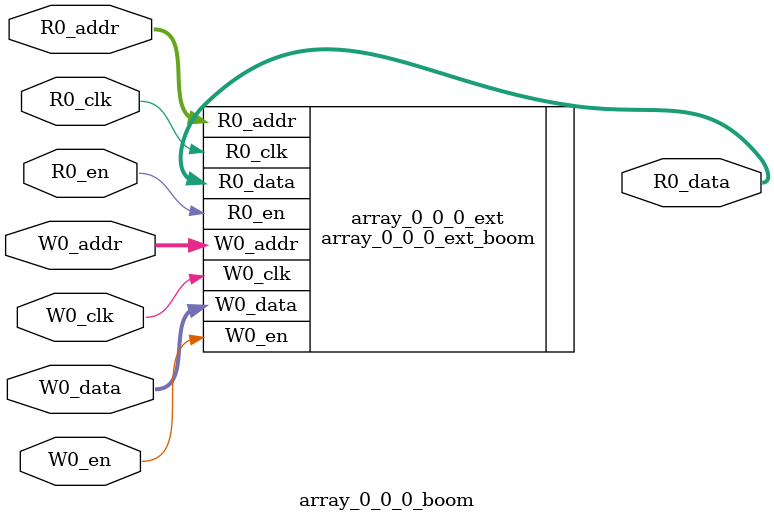
<source format=sv>
`ifndef RANDOMIZE
  `ifdef RANDOMIZE_REG_INIT
    `define RANDOMIZE
  `endif // RANDOMIZE_REG_INIT
`endif // not def RANDOMIZE
`ifndef RANDOMIZE
  `ifdef RANDOMIZE_MEM_INIT
    `define RANDOMIZE
  `endif // RANDOMIZE_MEM_INIT
`endif // not def RANDOMIZE

`ifndef RANDOM
  `define RANDOM $random
`endif // not def RANDOM

// Users can define 'PRINTF_COND' to add an extra gate to prints.
`ifndef PRINTF_COND_
  `ifdef PRINTF_COND
    `define PRINTF_COND_ (`PRINTF_COND)
  `else  // PRINTF_COND
    `define PRINTF_COND_ 1
  `endif // PRINTF_COND
`endif // not def PRINTF_COND_

// Users can define 'ASSERT_VERBOSE_COND' to add an extra gate to assert error printing.
`ifndef ASSERT_VERBOSE_COND_
  `ifdef ASSERT_VERBOSE_COND
    `define ASSERT_VERBOSE_COND_ (`ASSERT_VERBOSE_COND)
  `else  // ASSERT_VERBOSE_COND
    `define ASSERT_VERBOSE_COND_ 1
  `endif // ASSERT_VERBOSE_COND
`endif // not def ASSERT_VERBOSE_COND_

// Users can define 'STOP_COND' to add an extra gate to stop conditions.
`ifndef STOP_COND_
  `ifdef STOP_COND
    `define STOP_COND_ (`STOP_COND)
  `else  // STOP_COND
    `define STOP_COND_ 1
  `endif // STOP_COND
`endif // not def STOP_COND_

// Users can define INIT_RANDOM as general code that gets injected into the
// initializer block for modules with registers.
`ifndef INIT_RANDOM
  `define INIT_RANDOM
`endif // not def INIT_RANDOM

// If using random initialization, you can also define RANDOMIZE_DELAY to
// customize the delay used, otherwise 0.002 is used.
`ifndef RANDOMIZE_DELAY
  `define RANDOMIZE_DELAY 0.002
`endif // not def RANDOMIZE_DELAY

// Define INIT_RANDOM_PROLOG_ for use in our modules below.
`ifndef INIT_RANDOM_PROLOG_
  `ifdef RANDOMIZE
    `ifdef VERILATOR
      `define INIT_RANDOM_PROLOG_ `INIT_RANDOM
    `else  // VERILATOR
      `define INIT_RANDOM_PROLOG_ `INIT_RANDOM #`RANDOMIZE_DELAY begin end
    `endif // VERILATOR
  `else  // RANDOMIZE
    `define INIT_RANDOM_PROLOG_
  `endif // RANDOMIZE
`endif // not def INIT_RANDOM_PROLOG_

module array_0_0_0_boom(	// @[DescribedSRAM.scala:17:26]
  input  [8:0]  R0_addr,
  input         R0_en,
                R0_clk,
  input  [8:0]  W0_addr,
  input         W0_en,
                W0_clk,
  input  [63:0] W0_data,
  output [63:0] R0_data
);

  array_0_0_0_ext_boom array_0_0_0_ext (	// @[DescribedSRAM.scala:17:26]
    .R0_addr (R0_addr),
    .R0_en   (R0_en),
    .R0_clk  (R0_clk),
    .W0_addr (W0_addr),
    .W0_en   (W0_en),
    .W0_clk  (W0_clk),
    .W0_data (W0_data),
    .R0_data (R0_data)
  );
endmodule


</source>
